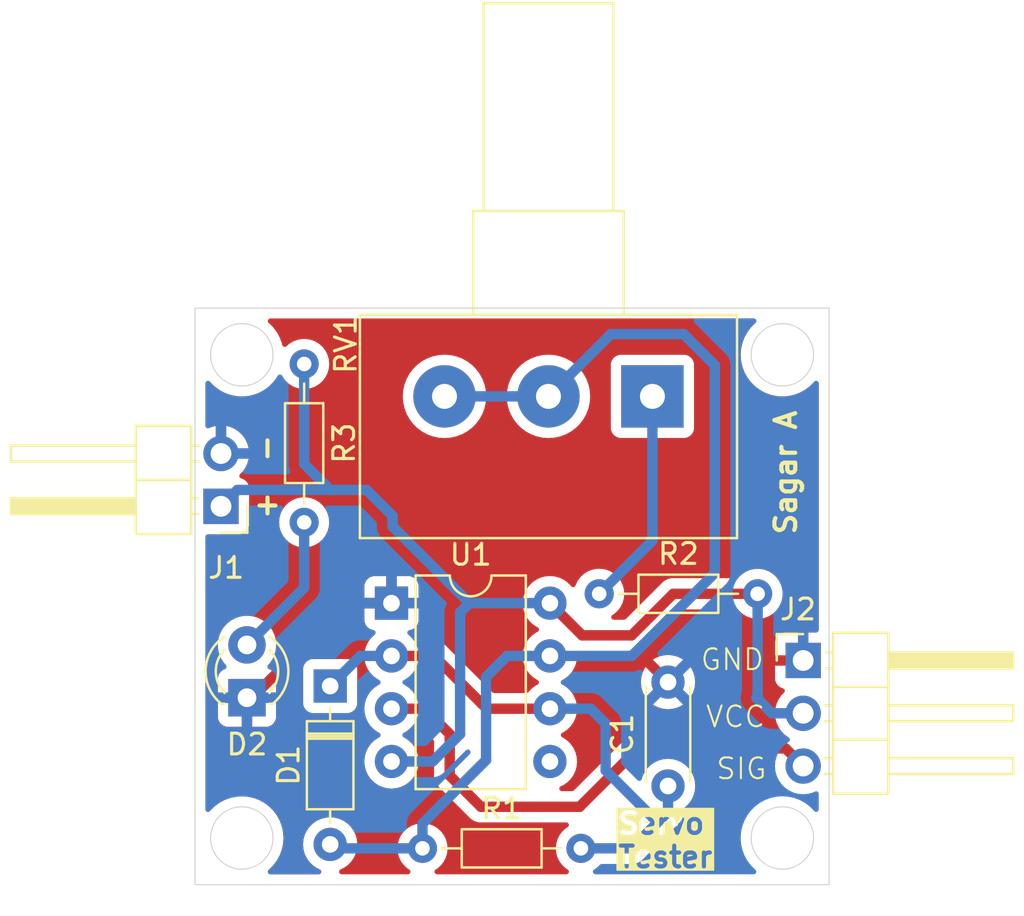
<source format=kicad_pcb>
(kicad_pcb (version 20240108) (generator "pcbnew") (generator_version "8.0")
  (layers (0 "F.Cu" signal) (31 "B.Cu" signal) (34 "B.Paste" user) (35 "F.Paste" user) (36 "B.SilkS" user "B.Silkscreen") (37 "F.SilkS" user "F.Silkscreen") (38 "B.Mask" user) (39 "F.Mask" user) (44 "Edge.Cuts" user))
  (net 0 "")
  (net 1 "GND")
  (net 2 "Net-(D1-K)")
  (net 3 "Net-(D1-A)")
  (net 4 "Net-(D2-A)")
  (net 5 "/VCC")
  (net 6 "/SIG")
  (net 7 "Net-(R2-Pad1)")
  (footprint "Resistor_THT:R_Axial_DIN0204_L3.6mm_D1.6mm_P7.62mm_Horizontal" (layer "F.Cu") (at 103.94 108.25)
    (property "Reference" "R1" (at 3.81 -1.92 0) (layer "F.SilkS"))
    (property "Value" "3M3")
    (fp_line (start 0.94 0) (end 1.89 0) (stroke (width 0.12)) (layer "F.SilkS"))
    (fp_line (start 1.89 -0.92) (end 1.89 0.92) (stroke (width 0.12)) (layer "F.SilkS"))
    (fp_line (start 1.89 0.92) (end 5.73 0.92) (stroke (width 0.12)) (layer "F.SilkS"))
    (fp_line (start 5.73 -0.92) (end 1.89 -0.92) (stroke (width 0.12)) (layer "F.SilkS"))
    (fp_line (start 5.73 0.92) (end 5.73 -0.92) (stroke (width 0.12)) (layer "F.SilkS"))
    (fp_line (start 6.68 0) (end 5.73 0) (stroke (width 0.12)) (layer "F.SilkS"))
    (pad "1" thru_hole circle (at 0 0) (size 1.4 1.4) (drill 0.7) (layers "*.Cu" "*.Mask") (net 3 "Net-(D1-A)"))
    (pad "2" thru_hole oval (at 7.62 0) (size 1.4 1.4) (drill 0.7) (layers "*.Cu" "*.Mask") (net 2 "Net-(D1-K)"))
  )
  (footprint "Package_DIP:DIP-8_W7.62mm" (layer "F.Cu") (at 102.45 96.45)
    (property "Reference" "U1" (at 3.81 -2.33 0) (layer "F.SilkS"))
    (property "Value" "NE555P")
    (fp_line (start 1.16 -1.33) (end 1.16 8.95) (stroke (width 0.12)) (layer "F.SilkS"))
    (fp_line (start 1.16 8.95) (end 6.46 8.95) (stroke (width 0.12)) (layer "F.SilkS"))
    (fp_line (start 2.81 -1.33) (end 1.16 -1.33) (stroke (width 0.12)) (layer "F.SilkS"))
    (fp_line (start 6.46 -1.33) (end 4.81 -1.33) (stroke (width 0.12)) (layer "F.SilkS"))
    (fp_line (start 6.46 8.95) (end 6.46 -1.33) (stroke (width 0.12)) (layer "F.SilkS"))
    (fp_arc (start 4.81 -1.33) (mid 3.81 -0.33) (end 2.81 -1.33) (stroke (width 0.12)) (layer "F.SilkS"))
    (pad "1" thru_hole rect (at 0 0) (size 1.6 1.6) (drill 0.8) (layers "*.Cu" "*.Mask") (net 1 "GND"))
    (pad "2" thru_hole oval (at 0 2.54) (size 1.6 1.6) (drill 0.8) (layers "*.Cu" "*.Mask") (net 2 "Net-(D1-K)"))
    (pad "3" thru_hole oval (at 0 5.08) (size 1.6 1.6) (drill 0.8) (layers "*.Cu" "*.Mask") (net 6 "/SIG"))
    (pad "4" thru_hole oval (at 0 7.62) (size 1.6 1.6) (drill 0.8) (layers "*.Cu" "*.Mask") (net 5 "/VCC"))
    (pad "5" thru_hole oval (at 7.62 7.62) (size 1.6 1.6) (drill 0.8) (layers "*.Cu" "*.Mask"))
    (pad "6" thru_hole oval (at 7.62 5.08) (size 1.6 1.6) (drill 0.8) (layers "*.Cu" "*.Mask") (net 2 "Net-(D1-K)"))
    (pad "7" thru_hole oval (at 7.62 2.54) (size 1.6 1.6) (drill 0.8) (layers "*.Cu" "*.Mask") (net 3 "Net-(D1-A)"))
    (pad "8" thru_hole oval (at 7.62 0) (size 1.6 1.6) (drill 0.8) (layers "*.Cu" "*.Mask") (net 5 "/VCC"))
  )
  (footprint "Resistor_THT:R_Axial_DIN0204_L3.6mm_D1.6mm_P7.62mm_Horizontal" (layer "F.Cu") (at 112.44 96)
    (property "Reference" "R2" (at 3.81 -1.92 0) (layer "F.SilkS"))
    (property "Value" "56K")
    (fp_line (start 0.94 0) (end 1.89 0) (stroke (width 0.12)) (layer "F.SilkS"))
    (fp_line (start 1.89 -0.92) (end 1.89 0.92) (stroke (width 0.12)) (layer "F.SilkS"))
    (fp_line (start 1.89 0.92) (end 5.73 0.92) (stroke (width 0.12)) (layer "F.SilkS"))
    (fp_line (start 5.73 -0.92) (end 1.89 -0.92) (stroke (width 0.12)) (layer "F.SilkS"))
    (fp_line (start 5.73 0.92) (end 5.73 -0.92) (stroke (width 0.12)) (layer "F.SilkS"))
    (fp_line (start 6.68 0) (end 5.73 0) (stroke (width 0.12)) (layer "F.SilkS"))
    (pad "1" thru_hole circle (at 0 0) (size 1.4 1.4) (drill 0.7) (layers "*.Cu" "*.Mask") (net 7 "Net-(R2-Pad1)"))
    (pad "2" thru_hole oval (at 7.62 0) (size 1.4 1.4) (drill 0.7) (layers "*.Cu" "*.Mask") (net 5 "/VCC"))
  )
  (footprint "Resistor_THT:R_Axial_DIN0204_L3.6mm_D1.6mm_P7.62mm_Horizontal" (layer "F.Cu") (at 98.25 84.94 -90)
    (property "Reference" "R3" (at 3.81 -1.92 90) (layer "F.SilkS"))
    (property "Value" "1K")
    (fp_line (start 1.89 0.92) (end 5.73 0.92) (stroke (width 0.12)) (layer "F.SilkS"))
    (fp_line (start 5.73 0.92) (end 5.73 -0.92) (stroke (width 0.12)) (layer "F.SilkS"))
    (fp_line (start 0.94 0) (end 1.89 0) (stroke (width 0.12)) (layer "F.SilkS"))
    (fp_line (start 6.68 0) (end 5.73 0) (stroke (width 0.12)) (layer "F.SilkS"))
    (fp_line (start 1.89 -0.92) (end 1.89 0.92) (stroke (width 0.12)) (layer "F.SilkS"))
    (fp_line (start 5.73 -0.92) (end 1.89 -0.92) (stroke (width 0.12)) (layer "F.SilkS"))
    (pad "1" thru_hole circle (at 0 0 270) (size 1.4 1.4) (drill 0.7) (layers "*.Cu" "*.Mask") (net 5 "/VCC"))
    (pad "2" thru_hole oval (at 7.62 0 270) (size 1.4 1.4) (drill 0.7) (layers "*.Cu" "*.Mask") (net 4 "Net-(D2-A)"))
  )
  (footprint "Connector_PinHeader_2.54mm:PinHeader_1x03_P2.54mm_Horizontal" (layer "F.Cu") (at 122.25 99.21)
    (property "Reference" "J2" (at -0.25 -2.46 0) (layer "F.SilkS"))
    (property "Value" "Conn_01x03_Pin")
    (fp_line (start -1.27 -1.27) (end 0 -1.27) (stroke (width 0.12)) (layer "F.SilkS"))
    (fp_line (start -1.27 0) (end -1.27 -1.27) (stroke (width 0.12)) (layer "F.SilkS"))
    (fp_line (start 1.042929 2.16) (end 1.44 2.16) (stroke (width 0.12)) (layer "F.SilkS"))
    (fp_line (start 1.042929 2.92) (end 1.44 2.92) (stroke (width 0.12)) (layer "F.SilkS"))
    (fp_line (start 1.042929 4.7) (end 1.44 4.7) (stroke (width 0.12)) (layer "F.SilkS"))
    (fp_line (start 1.042929 5.46) (end 1.44 5.46) (stroke (width 0.12)) (layer "F.SilkS"))
    (fp_line (start 1.11 -0.38) (end 1.44 -0.38) (stroke (width 0.12)) (layer "F.SilkS"))
    (fp_line (start 1.11 0.38) (end 1.44 0.38) (stroke (width 0.12)) (layer "F.SilkS"))
    (fp_line (start 1.44 -1.33) (end 1.44 6.41) (stroke (width 0.12)) (layer "F.SilkS"))
    (fp_line (start 1.44 1.27) (end 4.1 1.27) (stroke (width 0.12)) (layer "F.SilkS"))
    (fp_line (start 1.44 3.81) (end 4.1 3.81) (stroke (width 0.12)) (layer "F.SilkS"))
    (fp_line (start 1.44 6.41) (end 4.1 6.41) (stroke (width 0.12)) (layer "F.SilkS"))
    (fp_line (start 4.1 -1.33) (end 1.44 -1.33) (stroke (width 0.12)) (layer "F.SilkS"))
    (fp_line (start 4.1 -0.38) (end 10.1 -0.38) (stroke (width 0.12)) (layer "F.SilkS"))
    (fp_line (start 4.1 -0.32) (end 10.1 -0.32) (stroke (width 0.12)) (layer "F.SilkS"))
    (fp_line (start 4.1 -0.2) (end 10.1 -0.2) (stroke (width 0.12)) (layer "F.SilkS"))
    (fp_line (start 4.1 -0.08) (end 10.1 -0.08) (stroke (width 0.12)) (layer "F.SilkS"))
    (fp_line (start 4.1 0.04) (end 10.1 0.04) (stroke (width 0.12)) (layer "F.SilkS"))
    (fp_line (start 4.1 0.16) (end 10.1 0.16) (stroke (width 0.12)) (layer "F.SilkS"))
    (fp_line (start 4.1 0.28) (end 10.1 0.28) (stroke (width 0.12)) (layer "F.SilkS"))
    (fp_line (start 4.1 2.16) (end 10.1 2.16) (stroke (width 0.12)) (layer "F.SilkS"))
    (fp_line (start 4.1 4.7) (end 10.1 4.7) (stroke (width 0.12)) (layer "F.SilkS"))
    (fp_line (start 4.1 6.41) (end 4.1 -1.33) (stroke (width 0.12)) (layer "F.SilkS"))
    (fp_line (start 10.1 -0.38) (end 10.1 0.38) (stroke (width 0.12)) (layer "F.SilkS"))
    (fp_line (start 10.1 0.38) (end 4.1 0.38) (stroke (width 0.12)) (layer "F.SilkS"))
    (fp_line (start 10.1 2.16) (end 10.1 2.92) (stroke (width 0.12)) (layer "F.SilkS"))
    (fp_line (start 10.1 2.92) (end 4.1 2.92) (stroke (width 0.12)) (layer "F.SilkS"))
    (fp_line (start 10.1 4.7) (end 10.1 5.46) (stroke (width 0.12)) (layer "F.SilkS"))
    (fp_line (start 10.1 5.46) (end 4.1 5.46) (stroke (width 0.12)) (layer "F.SilkS"))
    (pad "1" thru_hole rect (at 0 0) (size 1.7 1.7) (drill 1) (layers "*.Cu" "*.Mask") (net 1 "GND"))
    (pad "2" thru_hole oval (at 0 2.54) (size 1.7 1.7) (drill 1) (layers "*.Cu" "*.Mask") (net 5 "/VCC"))
    (pad "3" thru_hole oval (at 0 5.08) (size 1.7 1.7) (drill 1) (layers "*.Cu" "*.Mask") (net 6 "/SIG"))
  )
  (footprint "Capacitor_THT:C_Disc_D4.3mm_W1.9mm_P5.00mm" (layer "F.Cu") (at 115.75 105.25 90)
    (property "Reference" "C1" (at 2.5 -2.2 90) (layer "F.SilkS"))
    (property "Value" "22nF")
    (fp_line (start 4.77 -1.07) (end 4.77 -1.055) (stroke (width 0.12)) (layer "F.SilkS"))
    (fp_line (start 0.23 -1.07) (end 4.77 -1.07) (stroke (width 0.12)) (layer "F.SilkS"))
    (fp_line (start 0.23 -1.07) (end 0.23 -1.055) (stroke (width 0.12)) (layer "F.SilkS"))
    (fp_line (start 4.77 1.055) (end 4.77 1.07) (stroke (width 0.12)) (layer "F.SilkS"))
    (fp_line (start 0.23 1.055) (end 0.23 1.07) (stroke (width 0.12)) (layer "F.SilkS"))
    (fp_line (start 0.23 1.07) (end 4.77 1.07) (stroke (width 0.12)) (layer "F.SilkS"))
    (pad "1" thru_hole circle (at 0 0 90) (size 1.6 1.6) (drill 0.8) (layers "*.Cu" "*.Mask") (net 2 "Net-(D1-K)"))
    (pad "2" thru_hole circle (at 5 0 90) (size 1.6 1.6) (drill 0.8) (layers "*.Cu" "*.Mask") (net 1 "GND"))
  )
  (footprint "Connector_PinHeader_2.54mm:PinHeader_1x02_P2.54mm_Horizontal" (layer "F.Cu") (at 94.25 91.79 180)
    (property "Reference" "J1" (at -0.25 -2.96 0) (layer "F.SilkS"))
    (property "Value" "Conn_01x02_Pin")
    (fp_line (start 10.1 2.92) (end 4.1 2.92) (stroke (width 0.12)) (layer "F.SilkS"))
    (fp_line (start 10.1 2.16) (end 10.1 2.92) (stroke (width 0.12)) (layer "F.SilkS"))
    (fp_line (start 10.1 0.38) (end 4.1 0.38) (stroke (width 0.12)) (layer "F.SilkS"))
    (fp_line (start 10.1 -0.38) (end 10.1 0.38) (stroke (width 0.12)) (layer "F.SilkS"))
    (fp_line (start 4.1 3.87) (end 4.1 -1.33) (stroke (width 0.12)) (layer "F.SilkS"))
    (fp_line (start 4.1 2.16) (end 10.1 2.16) (stroke (width 0.12)) (layer "F.SilkS"))
    (fp_line (start 4.1 0.28) (end 10.1 0.28) (stroke (width 0.12)) (layer "F.SilkS"))
    (fp_line (start 4.1 0.16) (end 10.1 0.16) (stroke (width 0.12)) (layer "F.SilkS"))
    (fp_line (start 4.1 0.04) (end 10.1 0.04) (stroke (width 0.12)) (layer "F.SilkS"))
    (fp_line (start 4.1 -0.08) (end 10.1 -0.08) (stroke (width 0.12)) (layer "F.SilkS"))
    (fp_line (start 4.1 -0.2) (end 10.1 -0.2) (stroke (width 0.12)) (layer "F.SilkS"))
    (fp_line (start 4.1 -0.32) (end 10.1 -0.32) (stroke (width 0.12)) (layer "F.SilkS"))
    (fp_line (start 4.1 -0.38) (end 10.1 -0.38) (stroke (width 0.12)) (layer "F.SilkS"))
    (fp_line (start 4.1 -1.33) (end 1.44 -1.33) (stroke (width 0.12)) (layer "F.SilkS"))
    (fp_line (start 1.44 3.87) (end 4.1 3.87) (stroke (width 0.12)) (layer "F.SilkS"))
    (fp_line (start 1.44 1.27) (end 4.1 1.27) (stroke (width 0.12)) (layer "F.SilkS"))
    (fp_line (start 1.44 -1.33) (end 1.44 3.87) (stroke (width 0.12)) (layer "F.SilkS"))
    (fp_line (start 1.11 0.38) (end 1.44 0.38) (stroke (width 0.12)) (layer "F.SilkS"))
    (fp_line (start 1.11 -0.38) (end 1.44 -0.38) (stroke (width 0.12)) (layer "F.SilkS"))
    (fp_line (start 1.042929 2.92) (end 1.44 2.92) (stroke (width 0.12)) (layer "F.SilkS"))
    (fp_line (start 1.042929 2.16) (end 1.44 2.16) (stroke (width 0.12)) (layer "F.SilkS"))
    (fp_line (start -1.27 0) (end -1.27 -1.27) (stroke (width 0.12)) (layer "F.SilkS"))
    (fp_line (start -1.27 -1.27) (end 0 -1.27) (stroke (width 0.12)) (layer "F.SilkS"))
    (pad "1" thru_hole rect (at 0 0 180) (size 1.7 1.7) (drill 1) (layers "*.Cu" "*.Mask") (net 5 "/VCC"))
    (pad "2" thru_hole oval (at 0 2.54 180) (size 1.7 1.7) (drill 1) (layers "*.Cu" "*.Mask") (net 1 "GND"))
  )
  (footprint "Potentiometer_THT:Potentiometer_Alps_RK163_Single_Horizontal" (layer "F.Cu") (at 115 86.5 -90)
    (property "Reference" "RV1" (at -2.5 14.75 90) (layer "F.SilkS"))
    (property "Value" "100K")
    (fp_line (start -3.92 14.07) (end -3.92 -4.07) (stroke (width 0.12)) (layer "F.SilkS"))
    (fp_line (start 6.82 14.07) (end -3.92 14.07) (stroke (width 0.12)) (layer "F.SilkS"))
    (fp_line (start 6.82 14.07) (end 6.82 -4.07) (stroke (width 0.12)) (layer "F.SilkS"))
    (fp_line (start -8.92 8.62) (end -8.92 1.38) (stroke (width 0.12)) (layer "F.SilkS"))
    (fp_line (start -3.92 8.62) (end -8.92 8.62) (stroke (width 0.12)) (layer "F.SilkS"))
    (fp_line (start -18.92 8.12) (end -18.92 1.88) (stroke (width 0.12)) (layer "F.SilkS"))
    (fp_line (start -8.92 8.12) (end -18.92 8.12) (stroke (width 0.12)) (layer "F.SilkS"))
    (fp_line (start -8.92 1.88) (end -18.92 1.88) (stroke (width 0.12)) (layer "F.SilkS"))
    (fp_line (start -3.92 1.38) (end -8.92 1.38) (stroke (width 0.12)) (layer "F.SilkS"))
    (fp_line (start 6.82 -4.07) (end -3.92 -4.07) (stroke (width 0.12)) (layer "F.SilkS"))
    (pad "1" thru_hole rect (at 0 0 90) (size 3 3) (drill 1.2) (layers "*.Cu" "*.Mask") (net 7 "Net-(R2-Pad1)"))
    (pad "2" thru_hole circle (at 0 5 90) (size 3 3) (drill 1.2) (layers "*.Cu" "*.Mask") (net 3 "Net-(D1-A)"))
    (pad "3" thru_hole circle (at 0 10 90) (size 3 3) (drill 1.2) (layers "*.Cu" "*.Mask") (net 3 "Net-(D1-A)"))
  )
  (footprint "LED_THT:LED_D3.0mm" (layer "F.Cu") (at 95.5 101 90)
    (property "Reference" "D2" (at -2.25 0 180) (layer "F.SilkS"))
    (property "Value" "LED")
    (fp_line (start -0.29 -1.236) (end -0.29 -1.08) (stroke (width 0.12)) (layer "F.SilkS"))
    (fp_line (start -0.29 1.08) (end -0.29 1.236) (stroke (width 0.12)) (layer "F.SilkS"))
    (fp_arc (start -0.29 -1.235516) (mid 1.366487 -1.987659) (end 2.942335 -1.078608) (stroke (width 0.12)) (layer "F.SilkS"))
    (fp_arc (start 0.229039 -1.08) (mid 1.270117 -1.5) (end 2.31113 -1.079837) (stroke (width 0.12)) (layer "F.SilkS"))
    (fp_arc (start 2.942335 1.078608) (mid 1.366487 1.987659) (end -0.29 1.235516) (stroke (width 0.12)) (layer "F.SilkS"))
    (fp_arc (start 2.31113 1.079837) (mid 1.270117 1.5) (end 0.229039 1.08) (stroke (width 0.12)) (layer "F.SilkS"))
    (pad "1" thru_hole rect (at 0 0 90) (size 1.8 1.8) (drill 0.9) (layers "*.Cu" "*.Mask") (net 1 "GND"))
    (pad "2" thru_hole circle (at 2.54 0 90) (size 1.8 1.8) (drill 0.9) (layers "*.Cu" "*.Mask") (net 4 "Net-(D2-A)"))
  )
  (footprint "Diode_THT:D_DO-35_SOD27_P7.62mm_Horizontal" (layer "F.Cu") (at 99.5 100.44 -90)
    (property "Reference" "D1" (at 3.81 2 90) (layer "F.SilkS"))
    (property "Value" "1N4148")
    (fp_line (start 1.69 1.12) (end 5.93 1.12) (stroke (width 0.12)) (layer "F.SilkS"))
    (fp_line (start 5.93 1.12) (end 5.93 -1.12) (stroke (width 0.12)) (layer "F.SilkS"))
    (fp_line (start 1.04 0) (end 1.69 0) (stroke (width 0.12)) (layer "F.SilkS"))
    (fp_line (start 6.58 0) (end 5.93 0) (stroke (width 0.12)) (layer "F.SilkS"))
    (fp_line (start 1.69 -1.12) (end 1.69 1.12) (stroke (width 0.12)) (layer "F.SilkS"))
    (fp_line (start 2.29 -1.12) (end 2.29 1.12) (stroke (width 0.12)) (layer "F.SilkS"))
    (fp_line (start 2.41 -1.12) (end 2.41 1.12) (stroke (width 0.12)) (layer "F.SilkS"))
    (fp_line (start 2.53 -1.12) (end 2.53 1.12) (stroke (width 0.12)) (layer "F.SilkS"))
    (fp_line (start 5.93 -1.12) (end 1.69 -1.12) (stroke (width 0.12)) (layer "F.SilkS"))
    (pad "1" thru_hole rect (at 0 0 270) (size 1.6 1.6) (drill 0.8) (layers "*.Cu" "*.Mask") (net 2 "Net-(D1-K)"))
    (pad "2" thru_hole oval (at 7.62 0 270) (size 1.6 1.6) (drill 0.8) (layers "*.Cu" "*.Mask") (net 3 "Net-(D1-A)"))
  )
  (gr_rect (start 93 82.25) (end 123.5 110) (stroke (width 0.05)) (fill none) (layer "Edge.Cuts"))
  (gr_circle (center 121.25 107.75) (end 121.25 106.25) (stroke (width 0.05)) (fill none) (layer "Edge.Cuts"))
  (gr_circle (center 95.25 84.5) (end 96.75 84.5) (stroke (width 0.05)) (fill none) (layer "Edge.Cuts"))
  (gr_circle (center 121.25 84.5) (end 122.75 84.5) (stroke (width 0.05)) (fill none) (layer "Edge.Cuts"))
  (gr_circle (center 95.25 107.75) (end 96.75 107.75) (stroke (width 0.05)) (fill none) (layer "Edge.Cuts"))
  (gr_text "SIG" (at 118 105 0) (layer "F.SilkS") (effects (font (size 1 1) (thickness 0.1)) (justify left bottom)))
  (gr_text "VCC" (at 117.5 102.5 0) (layer "F.SilkS") (effects (font (size 1 1) (thickness 0.1)) (justify left bottom)))
  (gr_text "Servo\nTester" (at 113.25 109.25 0) (layer "F.SilkS" knockout) (effects (font (size 1 1) (thickness 0.2) (bold yes)) (justify left bottom)))
  (gr_text "-" (at 97 89.75 90) (layer "F.SilkS") (effects (font (size 1 1) (thickness 0.2) (bold yes)) (justify left bottom)))
  (gr_text "GND" (at 117.25 99.75 0) (layer "F.SilkS") (effects (font (size 1 1) (thickness 0.1)) (justify left bottom)))
  (gr_text "Sagar A" (at 122 93.25 90) (layer "F.SilkS") (effects (font (size 1 1) (thickness 0.2) (bold yes)) (justify left bottom)))
  (gr_text "+" (at 97 92.5 90) (layer "F.SilkS") (effects (font (size 1 1) (thickness 0.2) (bold yes)) (justify left bottom)))
  (segment (start 100.25 89.25) (end 94.25 89.25) (width 0.5) (layer "F.Cu") (net 1))
  (segment (start 95.75 101) (end 95.5 101) (width 0.5) (layer "F.Cu") (net 1))
  (segment (start 100.3 96.45) (end 95.75 101) (width 0.5) (layer "F.Cu") (net 1))
  (segment (start 102.45 91.45) (end 100.25 89.25) (width 0.5) (layer "F.Cu") (net 1))
  (segment (start 102.45 96.45) (end 102.45 91.45) (width 0.5) (layer "F.Cu") (net 1))
  (segment (start 102.45 96.45) (end 100.3 96.45) (width 0.5) (layer "F.Cu") (net 1))
  (segment (start 107.03 101.53) (end 104.49 98.99) (width 0.5) (layer "F.Cu") (net 2))
  (segment (start 110.07 101.53) (end 107.03 101.53) (width 0.5) (layer "F.Cu") (net 2))
  (segment (start 104.49 98.99) (end 102.45 98.99) (width 0.5) (layer "F.Cu") (net 2))
  (segment (start 112.75 104.5) (end 115 106.75) (width 0.5) (layer "B.Cu") (net 2))
  (segment (start 100.95 98.99) (end 99.5 100.44) (width 0.5) (layer "B.Cu") (net 2))
  (segment (start 115.5 106.75) (end 114 108.25) (width 0.5) (layer "B.Cu") (net 2))
  (segment (start 112.03 101.53) (end 112.75 102.25) (width 0.5) (layer "B.Cu") (net 2))
  (segment (start 115.75 106.5) (end 115.5 106.75) (width 0.5) (layer "B.Cu") (net 2))
  (segment (start 115 106.75) (end 115.5 106.75) (width 0.5) (layer "B.Cu") (net 2))
  (segment (start 110.07 101.53) (end 112.03 101.53) (width 0.5) (layer "B.Cu") (net 2))
  (segment (start 112.75 102.25) (end 112.75 104.5) (width 0.5) (layer "B.Cu") (net 2))
  (segment (start 114 108.25) (end 111.56 108.25) (width 0.5) (layer "B.Cu") (net 2))
  (segment (start 115.75 105.25) (end 115.75 106.5) (width 0.5) (layer "B.Cu") (net 2))
  (segment (start 102.45 98.99) (end 100.95 98.99) (width 0.5) (layer "B.Cu") (net 2))
  (segment (start 116.5 83.5) (end 113 83.5) (width 0.5) (layer "B.Cu") (net 3))
  (segment (start 99.69 108.25) (end 99.5 108.06) (width 0.5) (layer "B.Cu") (net 3))
  (segment (start 107 100) (end 107 104) (width 0.5) (layer "B.Cu") (net 3))
  (segment (start 110.07 98.99) (end 114.01 98.99) (width 0.5) (layer "B.Cu") (net 3))
  (segment (start 108.01 98.99) (end 107 100) (width 0.5) (layer "B.Cu") (net 3))
  (segment (start 113 83.5) (end 110 86.5) (width 0.5) (layer "B.Cu") (net 3))
  (segment (start 118 85) (end 116.5 83.5) (width 0.5) (layer "B.Cu") (net 3))
  (segment (start 105 86.5) (end 110 86.5) (width 0.5) (layer "B.Cu") (net 3))
  (segment (start 114.01 98.99) (end 118 95) (width 0.5) (layer "B.Cu") (net 3))
  (segment (start 110.07 98.99) (end 108.01 98.99) (width 0.5) (layer "B.Cu") (net 3))
  (segment (start 103.94 107.06) (end 103.94 108.25) (width 0.5) (layer "B.Cu") (net 3))
  (segment (start 107 104) (end 103.94 107.06) (width 0.5) (layer "B.Cu") (net 3))
  (segment (start 103.94 108.25) (end 99.69 108.25) (width 0.5) (layer "B.Cu") (net 3))
  (segment (start 118 95) (end 118 85) (width 0.5) (layer "B.Cu") (net 3))
  (segment (start 98.25 92.56) (end 98.25 95.71) (width 0.5) (layer "B.Cu") (net 4))
  (segment (start 98.25 95.71) (end 95.5 98.46) (width 0.5) (layer "B.Cu") (net 4))
  (segment (start 120.06 96) (end 116 96) (width 0.5) (layer "F.Cu") (net 5))
  (segment (start 111.62 98) (end 110.07 96.45) (width 0.5) (layer "F.Cu") (net 5))
  (segment (start 116 96) (end 114 98) (width 0.5) (layer "F.Cu") (net 5))
  (segment (start 114 98) (end 111.62 98) (width 0.5) (layer "F.Cu") (net 5))
  (segment (start 105.75 102.75) (end 105.75 96.9) (width 0.5) (layer "B.Cu") (net 5))
  (segment (start 98.25 89.75) (end 99.5 91) (width 0.5) (layer "B.Cu") (net 5))
  (segment (start 102.5 92.75) (end 102.5 92.25) (width 0.5) (layer "B.Cu") (net 5))
  (segment (start 98.25 84.94) (end 98.25 89.75) (width 0.5) (layer "B.Cu") (net 5))
  (segment (start 102.45 104.07) (end 104.43 104.07) (width 0.5) (layer "B.Cu") (net 5))
  (segment (start 101.25 91) (end 99.5 91) (width 0.5) (layer "B.Cu") (net 5))
  (segment (start 120.75 101.75) (end 120 101) (width 0.5) (layer "B.Cu") (net 5))
  (segment (start 106.2 96.45) (end 102.5 92.75) (width 0.5) (layer "B.Cu") (net 5))
  (segment (start 104.43 104.07) (end 105.75 102.75) (width 0.5) (layer "B.Cu") (net 5))
  (segment (start 102.5 92.25) (end 101.25 91) (width 0.5) (layer "B.Cu") (net 5))
  (segment (start 105.75 96.9) (end 106.2 96.45) (width 0.5) (layer "B.Cu") (net 5))
  (segment (start 95.04 91) (end 94.25 91.79) (width 0.5) (layer "B.Cu") (net 5))
  (segment (start 99.5 91) (end 95.04 91) (width 0.5) (layer "B.Cu") (net 5))
  (segment (start 110.07 96.45) (end 106.2 96.45) (width 0.5) (layer "B.Cu") (net 5))
  (segment (start 122.25 101.75) (end 120.75 101.75) (width 0.5) (layer "B.Cu") (net 5))
  (segment (start 120.06 100.94) (end 120.06 96) (width 0.5) (layer "B.Cu") (net 5))
  (segment (start 120 101) (end 120.06 100.94) (width 0.5) (layer "B.Cu") (net 5))
  (segment (start 105.25 104.75) (end 105.25 102.75) (width 0.5) (layer "F.Cu") (net 6))
  (segment (start 122.25 104.29) (end 121.4 103.44) (width 0.5) (layer "F.Cu") (net 6))
  (segment (start 121.4 103.44) (end 114.31 103.44) (width 0.5) (layer "F.Cu") (net 6))
  (segment (start 104.03 101.53) (end 102.45 101.53) (width 0.5) (layer "F.Cu") (net 6))
  (segment (start 105.25 102.75) (end 104.03 101.53) (width 0.5) (layer "F.Cu") (net 6))
  (segment (start 106.75 106.25) (end 105.25 104.75) (width 0.5) (layer "F.Cu") (net 6))
  (segment (start 111.5 106.25) (end 106.75 106.25) (width 0.5) (layer "F.Cu") (net 6))
  (segment (start 114.31 103.44) (end 111.5 106.25) (width 0.5) (layer "F.Cu") (net 6))
  (segment (start 115 86.5) (end 115 93.44) (width 0.5) (layer "B.Cu") (net 7))
  (segment (start 115 93.44) (end 112.44 96) (width 0.5) (layer "B.Cu") (net 7))
  (zone (net 1) (net_name "GND") (layers "F&B.Cu") (connect_pads (clearance 0.5)) (min_thickness 0.25) (fill yes (thermal_gap 0.5) (thermal_bridge_width 0.5))
    (polygon (pts (xy 92.25 81.75) (xy 124.75 81.75) (xy 124.25 111.5) (xy 92.5 111)))
  )
)
</source>
